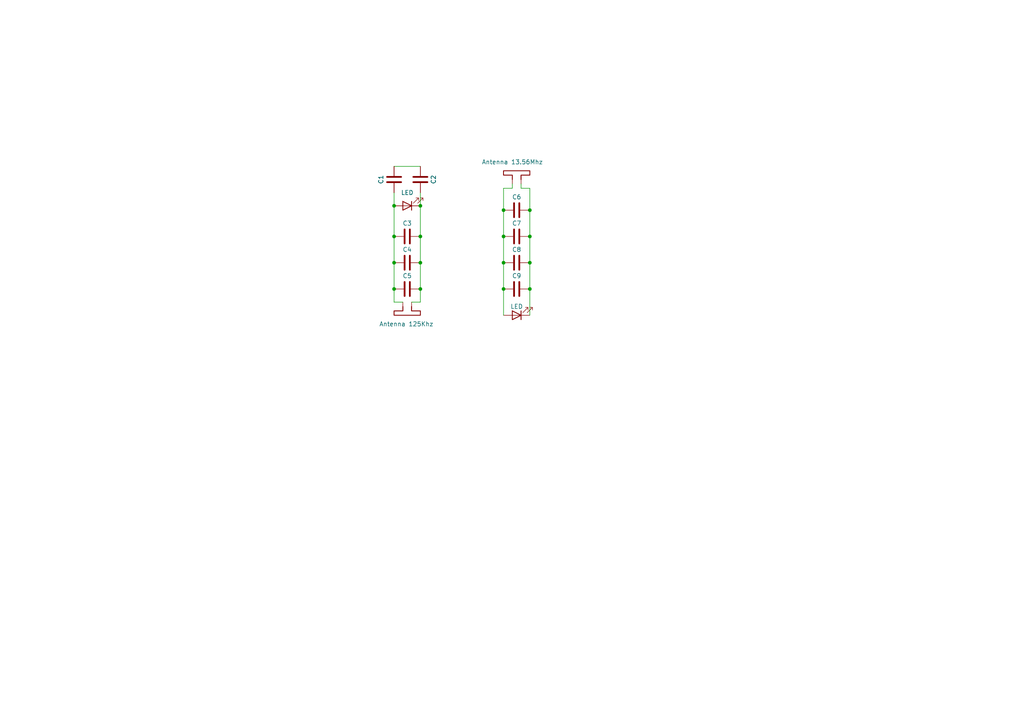
<source format=kicad_sch>
(kicad_sch (version 20211123) (generator eeschema)
  (paper "A4")
  (lib_symbols
    (symbol "Device:Antenna_Dipole" (pin_numbers hide) (pin_names (offset 1.016) hide)
      (property "Reference" "AE" (at 1.27 1.27 0))
      (property "Value" "Antenna_Dipole" (at 1.27 0 0))
      (symbol "Antenna_Dipole_0_1"
        (polyline (pts (xy 2.54 -3.81) (xy 2.54 -2.54) (xy 5.08 -2.54) (xy 5.08 -1.27) (xy -2.54 -1.27) (xy -2.54 -2.54) (xy 0 -2.54) (xy 0 -3.81)) (stroke (width 0.254)))
      )
      (symbol "Antenna_Dipole_1_1"
        (pin input line (at 0 -5.08 90) (length 2.54) (name "~") (number "1"))
        (pin input line (at 2.54 -5.08 90) (length 2.54) (name "~") (number "2"))
      )
    )
    (symbol "Device:C" (pin_numbers hide) (pin_names (offset 0.254))
      (property "Reference" "C" (at 0.635 2.54 0))
      (property "Value" "C" (at 0.635 -2.54 0))
      (symbol "C_0_1"
        (polyline (pts (xy -2.032 -0.762) (xy 2.032 -0.762)) (stroke (width 0.508)))
        (polyline (pts (xy -2.032 0.762) (xy 2.032 0.762)) (stroke (width 0.508)))
      )
      (symbol "C_1_1"
        (pin passive line (at 0 3.81 270) (length 2.794) (name "~") (number "1"))
        (pin passive line (at 0 -3.81 90) (length 2.794) (name "~") (number "2"))
      )
    )
    (symbol "Device:LED" (pin_numbers hide) (pin_names (offset 1.016) hide)
      (property "Reference" "D" (at 0 2.54 0))
      (property "Value" "LED" (at 0 -2.54 0))
      (symbol "LED_0_1"
        (polyline (pts (xy -1.27 -1.27) (xy -1.27 1.27)) (stroke (width 0.254)))
        (polyline (pts (xy -1.27 0) (xy 1.27 0)))
        (polyline (pts (xy 1.27 -1.27) (xy 1.27 1.27) (xy -1.27 0) (xy 1.27 -1.27)) (stroke (width 0.254)))
        (polyline (pts (xy -3.048 -0.762) (xy -4.572 -2.286) (xy -3.81 -2.286) (xy -4.572 -2.286) (xy -4.572 -1.524)))
        (polyline (pts (xy -1.778 -0.762) (xy -3.302 -2.286) (xy -2.54 -2.286) (xy -3.302 -2.286) (xy -3.302 -1.524)))
      )
      (symbol "LED_1_1"
        (pin passive line (at -3.81 0 0) (length 2.54) (name "K") (number "1"))
        (pin passive line (at 3.81 0 180) (length 2.54) (name "A") (number "2"))
      )
    )
  )
  (junction (at 114.3 83.82))
  (junction (at 114.3 59.69))
  (junction (at 121.92 68.58))
  (junction (at 114.3 68.58))
  (junction (at 153.67 68.58))
  (junction (at 146.05 83.82))
  (junction (at 146.05 60.96))
  (junction (at 121.92 83.82))
  (junction (at 153.67 83.82))
  (junction (at 121.92 59.69))
  (junction (at 153.67 76.2))
  (junction (at 114.3 76.2))
  (junction (at 121.92 76.2))
  (junction (at 146.05 68.58))
  (junction (at 146.05 76.2))
  (junction (at 153.67 60.96))
  (wire (pts (xy 116.84 87.63) (xy 114.3 87.63)))
  (wire (pts (xy 146.05 83.82) (xy 146.05 91.44)))
  (wire (pts (xy 121.92 87.63) (xy 119.38 87.63)))
  (wire (pts (xy 114.3 59.69) (xy 114.3 68.58)))
  (wire (pts (xy 114.3 48.26) (xy 121.92 48.26)))
  (wire (pts (xy 114.3 55.88) (xy 114.3 59.69)))
  (wire (pts (xy 153.67 68.58) (xy 153.67 76.2)))
  (wire (pts (xy 148.59 54.61) (xy 146.05 54.61)))
  (wire (pts (xy 146.05 54.61) (xy 146.05 60.96)))
  (wire (pts (xy 146.05 76.2) (xy 146.05 83.82)))
  (wire (pts (xy 146.05 68.58) (xy 146.05 76.2)))
  (wire (pts (xy 153.67 83.82) (xy 153.67 91.44)))
  (wire (pts (xy 153.67 54.61) (xy 153.67 60.96)))
  (wire (pts (xy 121.92 83.82) (xy 121.92 87.63)))
  (wire (pts (xy 121.92 55.88) (xy 121.92 59.69)))
  (wire (pts (xy 121.92 59.69) (xy 121.92 68.58)))
  (wire (pts (xy 153.67 76.2) (xy 153.67 83.82)))
  (wire (pts (xy 121.92 76.2) (xy 121.92 83.82)))
  (wire (pts (xy 114.3 68.58) (xy 114.3 76.2)))
  (wire (pts (xy 146.05 60.96) (xy 146.05 68.58)))
  (wire (pts (xy 151.13 53.34) (xy 151.13 54.61)))
  (wire (pts (xy 151.13 54.61) (xy 153.67 54.61)))
  (wire (pts (xy 114.3 87.63) (xy 114.3 83.82)))
  (wire (pts (xy 153.67 60.96) (xy 153.67 68.58)))
  (wire (pts (xy 148.59 54.61) (xy 148.59 53.34)))
  (wire (pts (xy 114.3 76.2) (xy 114.3 83.82)))
  (wire (pts (xy 121.92 68.58) (xy 121.92 76.2)))
  (symbol (lib_id "Device:C") (at 149.86 83.82 90) (unit 1)
    (property "Reference" "C9" (at 149.86 80.01 90))
    (property "Value" "C9" (effects hide))
    (property "Footprint" "Capacitor_SMD:C_0805_2012Metric_Pad1.18x1.45mm_HandSolder" (effects hide))
  )
  (symbol (lib_id "Device:Antenna_Dipole") (at 116.84 92.71 0) (mirror x) (unit 1)
    (property "Reference" "AE1" (effects hide))
    (property "Value" "Antenna 125Khz" (at 125.73 93.98 0) (effects (justify right)))
    (property "Footprint" "RF_Antenna:125khz" (effects hide))
  )
  (symbol (lib_id "Device:Antenna_Dipole") (at 148.59 48.26 0) (unit 1)
    (property "Reference" "AE2" (effects hide))
    (property "Value" "Antenna 13.56Mhz" (at 157.48 46.99 0) (effects (justify right)))
    (property "Footprint" "RF_Antenna:13.56Mhz" (effects hide))
  )
  (symbol (lib_id "Device:C") (at 149.86 68.58 90) (unit 1)
    (property "Reference" "C7" (at 149.86 64.77 90))
    (property "Value" "C7" (effects hide))
    (property "Footprint" "Capacitor_SMD:C_0805_2012Metric_Pad1.18x1.45mm_HandSolder" (effects hide))
  )
  (symbol (lib_id "Device:C") (at 118.11 68.58 90) (unit 1)
    (property "Reference" "C3" (at 118.11 64.77 90))
    (property "Value" "10nF" (effects hide))
    (property "Footprint" "Capacitor_SMD:C_0805_2012Metric_Pad1.18x1.45mm_HandSolder" (effects hide))
  )
  (symbol (lib_id "Device:C") (at 118.11 76.2 90) (unit 1)
    (property "Reference" "C4" (at 118.11 72.39 90))
    (property "Value" "1nF" (effects hide))
    (property "Footprint" "Capacitor_SMD:C_0805_2012Metric_Pad1.18x1.45mm_HandSolder" (effects hide))
  )
  (symbol (lib_id "Device:C") (at 149.86 60.96 90) (unit 1)
    (property "Reference" "C6" (at 149.86 57.15 90))
    (property "Value" "82pF" (effects hide))
    (property "Footprint" "Capacitor_SMD:C_0805_2012Metric_Pad1.18x1.45mm_HandSolder" (effects hide))
  )
  (symbol (lib_id "Device:LED") (at 149.86 91.44 180) (unit 1)
    (property "Reference" "D2" (effects hide))
    (property "Value" "LED" (at 149.86 88.9 0))
    (property "Footprint" "LED_SMD:LED_0805_2012Metric_Pad1.15x1.40mm_HandSolder" (effects hide))
  )
  (symbol (lib_id "Device:C") (at 121.92 52.07 0) (unit 1)
    (property "Reference" "C2" (at 125.73 52.07 90))
    (property "Value" "10nF" (effects hide))
    (property "Footprint" "Capacitor_SMD:C_0805_2012Metric_Pad1.18x1.45mm_HandSolder" (effects hide))
  )
  (symbol (lib_id "Device:C") (at 118.11 83.82 90) (unit 1)
    (property "Reference" "C5" (at 118.11 80.01 90))
    (property "Value" "1nF" (effects hide))
    (property "Footprint" "Capacitor_SMD:C_0805_2012Metric_Pad1.18x1.45mm_HandSolder" (effects hide))
  )
  (symbol (lib_id "Device:C") (at 149.86 76.2 90) (unit 1)
    (property "Reference" "C8" (at 149.86 72.39 90))
    (property "Value" "C8" (effects hide))
    (property "Footprint" "Capacitor_SMD:C_0805_2012Metric_Pad1.18x1.45mm_HandSolder" (effects hide))
  )
  (symbol (lib_id "Device:LED") (at 118.11 59.69 180) (unit 1)
    (property "Reference" "D1" (effects hide))
    (property "Value" "LED" (at 118.11 55.88 0))
    (property "Footprint" "LED_SMD:LED_0805_2012Metric_Pad1.15x1.40mm_HandSolder" (effects hide))
  )
  (symbol (lib_id "Device:C") (at 114.3 52.07 180) (unit 1)
    (property "Reference" "C1" (at 110.49 52.07 90))
    (property "Value" "10nF" (effects hide))
    (property "Footprint" "Capacitor_SMD:C_0805_2012Metric_Pad1.18x1.45mm_HandSolder" (effects hide))
  )
)
</source>
